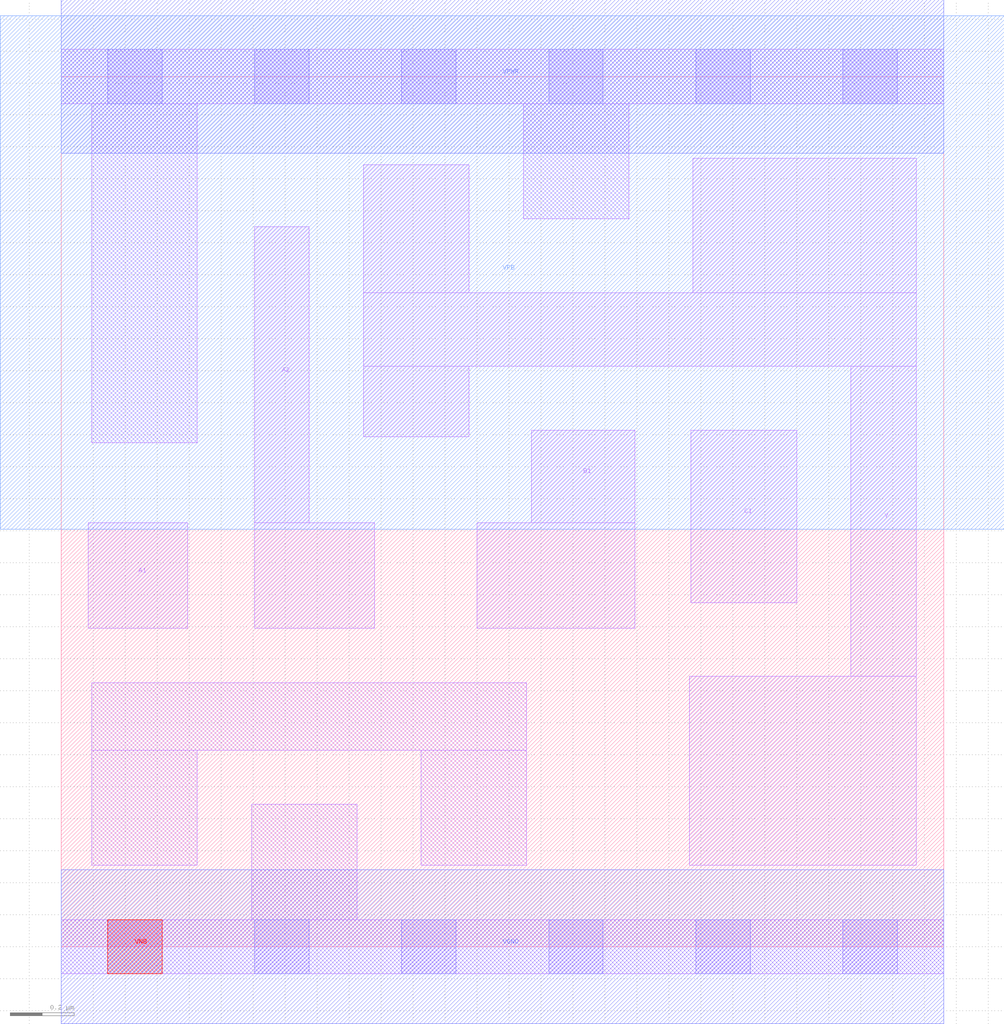
<source format=lef>
# Copyright 2020 The SkyWater PDK Authors
#
# Licensed under the Apache License, Version 2.0 (the "License");
# you may not use this file except in compliance with the License.
# You may obtain a copy of the License at
#
#     https://www.apache.org/licenses/LICENSE-2.0
#
# Unless required by applicable law or agreed to in writing, software
# distributed under the License is distributed on an "AS IS" BASIS,
# WITHOUT WARRANTIES OR CONDITIONS OF ANY KIND, either express or implied.
# See the License for the specific language governing permissions and
# limitations under the License.
#
# SPDX-License-Identifier: Apache-2.0

VERSION 5.7 ;
  NOWIREEXTENSIONATPIN ON ;
  DIVIDERCHAR "/" ;
  BUSBITCHARS "[]" ;
MACRO sky130_fd_sc_hd__o211ai_1
  CLASS CORE ;
  FOREIGN sky130_fd_sc_hd__o211ai_1 ;
  ORIGIN  0.000000  0.000000 ;
  SIZE  2.760000 BY  2.720000 ;
  SYMMETRY X Y R90 ;
  SITE unithd ;
  PIN A1
    ANTENNAGATEAREA  0.247500 ;
    DIRECTION INPUT ;
    USE SIGNAL ;
    PORT
      LAYER li1 ;
        RECT 0.085000 0.995000 0.395000 1.325000 ;
    END
  END A1
  PIN A2
    ANTENNAGATEAREA  0.247500 ;
    DIRECTION INPUT ;
    USE SIGNAL ;
    PORT
      LAYER li1 ;
        RECT 0.605000 0.995000 0.980000 1.325000 ;
        RECT 0.605000 1.325000 0.775000 2.250000 ;
    END
  END A2
  PIN B1
    ANTENNAGATEAREA  0.247500 ;
    DIRECTION INPUT ;
    USE SIGNAL ;
    PORT
      LAYER li1 ;
        RECT 1.300000 0.995000 1.795000 1.325000 ;
        RECT 1.470000 1.325000 1.795000 1.615000 ;
    END
  END B1
  PIN C1
    ANTENNAGATEAREA  0.247500 ;
    DIRECTION INPUT ;
    USE SIGNAL ;
    PORT
      LAYER li1 ;
        RECT 1.970000 1.075000 2.300000 1.615000 ;
    END
  END C1
  PIN Y
    ANTENNADIFFAREA  1.418250 ;
    DIRECTION OUTPUT ;
    USE SIGNAL ;
    PORT
      LAYER li1 ;
        RECT 0.945000 1.595000 1.275000 1.815000 ;
        RECT 0.945000 1.815000 2.675000 2.045000 ;
        RECT 0.945000 2.045000 1.275000 2.445000 ;
        RECT 1.965000 0.255000 2.675000 0.845000 ;
        RECT 1.975000 2.045000 2.675000 2.465000 ;
        RECT 2.470000 0.845000 2.675000 1.815000 ;
    END
  END Y
  PIN VGND
    DIRECTION INOUT ;
    SHAPE ABUTMENT ;
    USE GROUND ;
    PORT
      LAYER met1 ;
        RECT 0.000000 -0.240000 2.760000 0.240000 ;
    END
  END VGND
  PIN VNB
    DIRECTION INOUT ;
    USE GROUND ;
    PORT
      LAYER pwell ;
        RECT 0.145000 -0.085000 0.315000 0.085000 ;
    END
  END VNB
  PIN VPB
    DIRECTION INOUT ;
    USE POWER ;
    PORT
      LAYER nwell ;
        RECT -0.190000 1.305000 2.950000 2.910000 ;
    END
  END VPB
  PIN VPWR
    DIRECTION INOUT ;
    SHAPE ABUTMENT ;
    USE POWER ;
    PORT
      LAYER met1 ;
        RECT 0.000000 2.480000 2.760000 2.960000 ;
    END
  END VPWR
  OBS
    LAYER li1 ;
      RECT 0.000000 -0.085000 2.760000 0.085000 ;
      RECT 0.000000  2.635000 2.760000 2.805000 ;
      RECT 0.095000  0.255000 0.425000 0.615000 ;
      RECT 0.095000  0.615000 1.455000 0.825000 ;
      RECT 0.095000  1.575000 0.425000 2.635000 ;
      RECT 0.595000  0.085000 0.925000 0.445000 ;
      RECT 1.125000  0.255000 1.455000 0.615000 ;
      RECT 1.445000  2.275000 1.775000 2.635000 ;
    LAYER mcon ;
      RECT 0.145000 -0.085000 0.315000 0.085000 ;
      RECT 0.145000  2.635000 0.315000 2.805000 ;
      RECT 0.605000 -0.085000 0.775000 0.085000 ;
      RECT 0.605000  2.635000 0.775000 2.805000 ;
      RECT 1.065000 -0.085000 1.235000 0.085000 ;
      RECT 1.065000  2.635000 1.235000 2.805000 ;
      RECT 1.525000 -0.085000 1.695000 0.085000 ;
      RECT 1.525000  2.635000 1.695000 2.805000 ;
      RECT 1.985000 -0.085000 2.155000 0.085000 ;
      RECT 1.985000  2.635000 2.155000 2.805000 ;
      RECT 2.445000 -0.085000 2.615000 0.085000 ;
      RECT 2.445000  2.635000 2.615000 2.805000 ;
  END
END sky130_fd_sc_hd__o211ai_1
END LIBRARY

</source>
